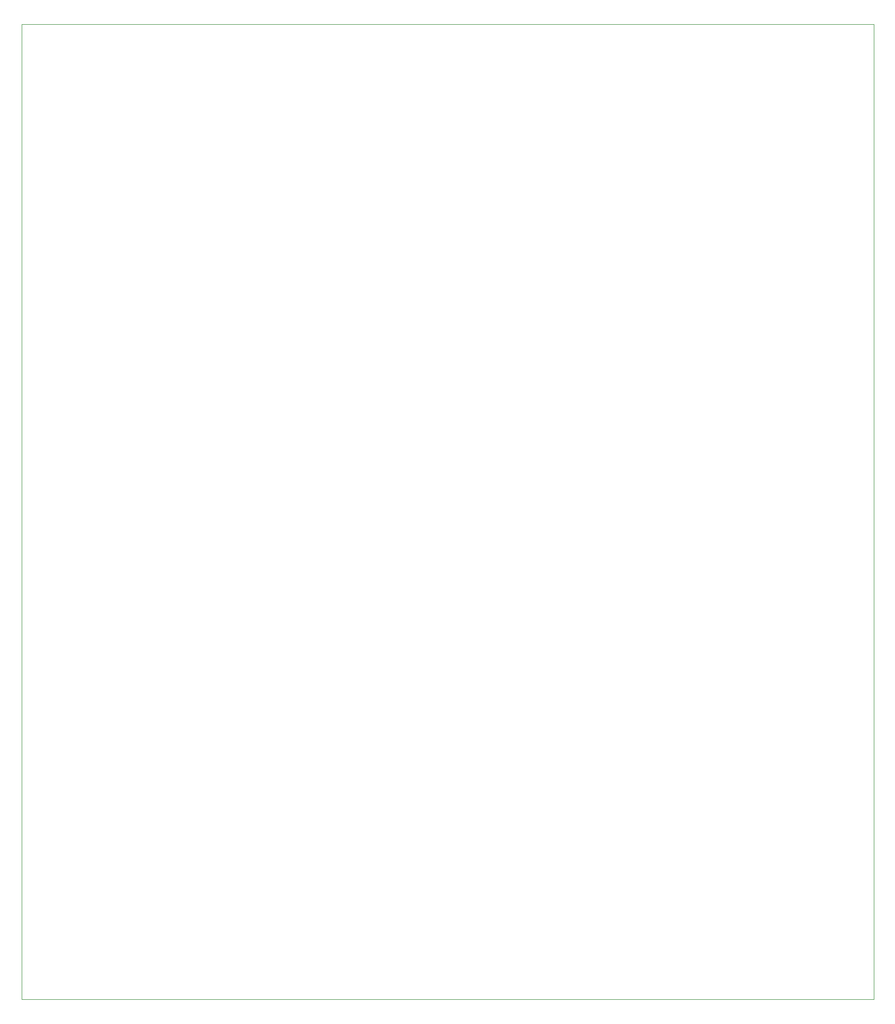
<source format=gbr>
%TF.GenerationSoftware,KiCad,Pcbnew,(5.1.10)-1*%
%TF.CreationDate,2021-08-16T11:24:17+03:00*%
%TF.ProjectId,LPF-AD823AN-valmis,4c50462d-4144-4383-9233-414e2d76616c,rev?*%
%TF.SameCoordinates,Original*%
%TF.FileFunction,Profile,NP*%
%FSLAX46Y46*%
G04 Gerber Fmt 4.6, Leading zero omitted, Abs format (unit mm)*
G04 Created by KiCad (PCBNEW (5.1.10)-1) date 2021-08-16 11:24:17*
%MOMM*%
%LPD*%
G01*
G04 APERTURE LIST*
%TA.AperFunction,Profile*%
%ADD10C,0.050000*%
%TD*%
G04 APERTURE END LIST*
D10*
X16256000Y-175260000D02*
X16510000Y-175260000D01*
X16256000Y-11684000D02*
X16256000Y-175260000D01*
X159258000Y-175260000D02*
X16510000Y-175260000D01*
X159258000Y-11684000D02*
X159258000Y-175260000D01*
X16256000Y-11684000D02*
X159258000Y-11684000D01*
M02*

</source>
